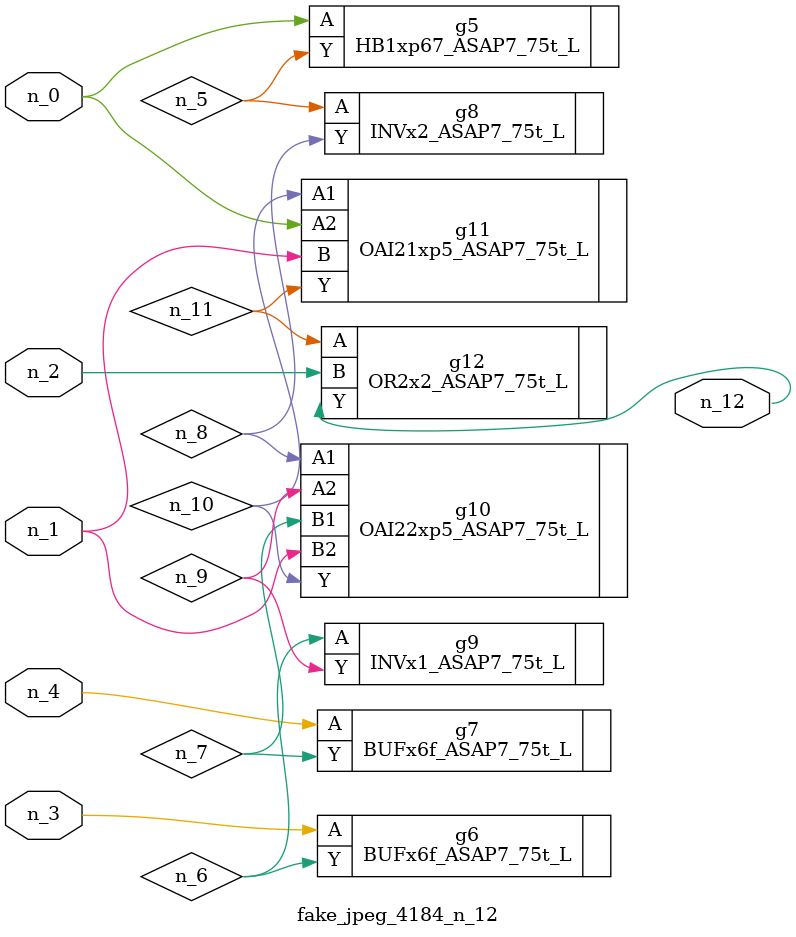
<source format=v>
module fake_jpeg_4184_n_12 (n_3, n_2, n_1, n_0, n_4, n_12);

input n_3;
input n_2;
input n_1;
input n_0;
input n_4;

output n_12;

wire n_11;
wire n_10;
wire n_8;
wire n_9;
wire n_6;
wire n_5;
wire n_7;

HB1xp67_ASAP7_75t_L g5 ( 
.A(n_0),
.Y(n_5)
);

BUFx6f_ASAP7_75t_L g6 ( 
.A(n_3),
.Y(n_6)
);

BUFx6f_ASAP7_75t_L g7 ( 
.A(n_4),
.Y(n_7)
);

INVx2_ASAP7_75t_L g8 ( 
.A(n_5),
.Y(n_8)
);

OAI22xp5_ASAP7_75t_L g10 ( 
.A1(n_8),
.A2(n_9),
.B1(n_7),
.B2(n_1),
.Y(n_10)
);

INVx1_ASAP7_75t_L g9 ( 
.A(n_6),
.Y(n_9)
);

OAI21xp5_ASAP7_75t_L g11 ( 
.A1(n_10),
.A2(n_0),
.B(n_1),
.Y(n_11)
);

OR2x2_ASAP7_75t_L g12 ( 
.A(n_11),
.B(n_2),
.Y(n_12)
);


endmodule
</source>
